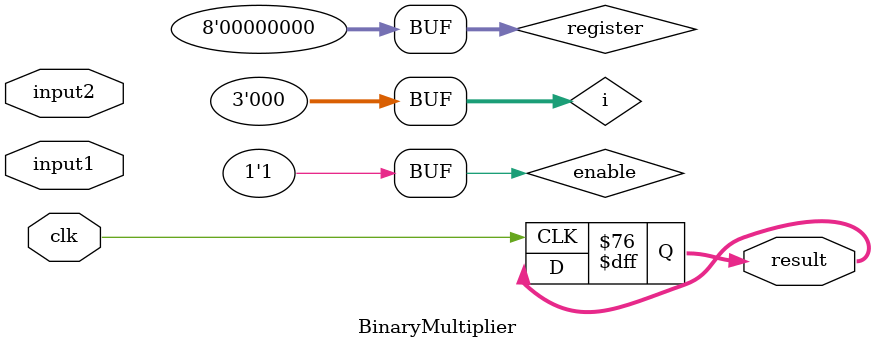
<source format=v>
module BinaryMultiplier(clk,input1,input2,result);
  input clk;
 // input enable;
  input [3:0] input1,input2;
  output [7:0] result;
  
  
  reg [2:0] i;
  //integer i;
  reg [7:0] register;
  reg [7:0] tmp;
  reg [7:0] result;
  reg enable;
  
  initial
  begin
   // i=3'b000;
    i<=0;
    register<=8'b00000000;
  end
  
  always @( input1 or input2)
  begin
    enable<=1'b1;
    i<=0;
    register<=8'b00000000;

  end
  
  always @( negedge clk)
  begin
    if(enable)
    begin
      
      if(i<4)
      begin
        if(i==0) tmp={4'b0000,input2};
        tmp<=tmp<<1;
        if(input1[i])
        begin  
          
          register<=register+tmp;
        end
        i<=i+1;
        
      end
      else if(i==4)
      begin
        result<=register;
        //i<=3'b000;
        i=0;
        register<=8'b00000000;
        enable<=1'b0;
        
      end
    end
  end
  
endmodule
</source>
